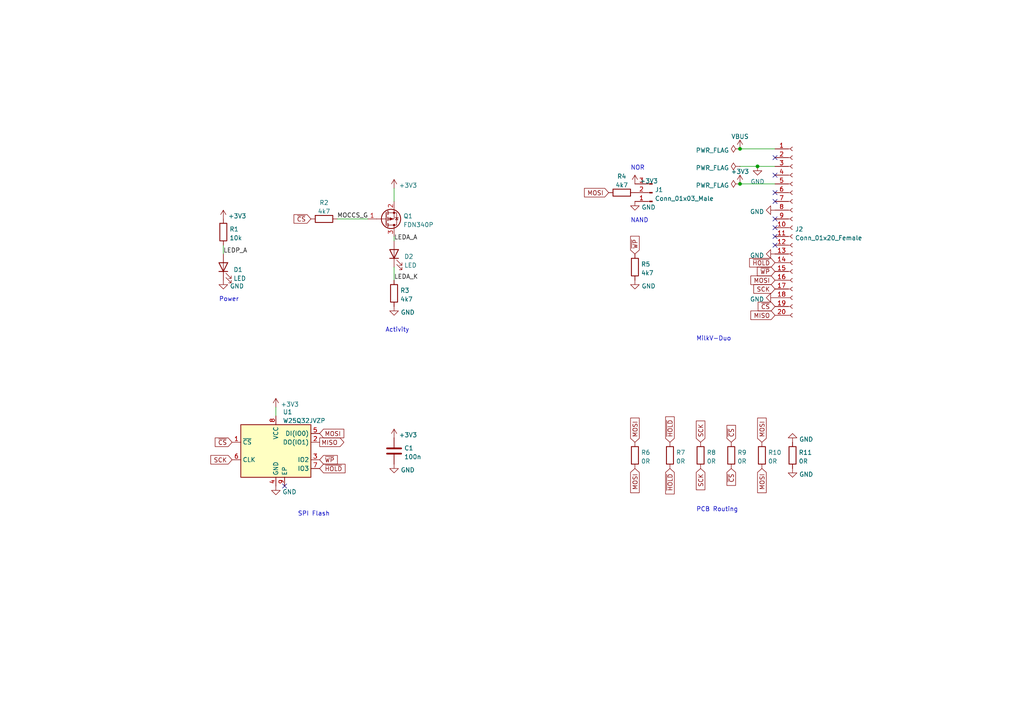
<source format=kicad_sch>
(kicad_sch (version 20211123) (generator eeschema)
  (paper "A4")
  (title_block (title "MilkV-Duo SPINOR interface") (date "2023-09-14") (rev "0.3") (company "Ewan Parker"))
  (lib_symbols
    (symbol "Connector:Conn_01x03_Male" (pin_names (offset 1.016) hide)
      (property "Reference" "J" (at 0 5.08 0))
      (property "Value" "Conn_01x03_Male" (at 0 -5.08 0))
      (symbol "Conn_01x03_Male_1_1"
        (polyline (pts (xy 1.27 -2.54) (xy 0.8636 -2.54)) (stroke (width 0.1524)))
        (polyline (pts (xy 1.27 0) (xy 0.8636 0)) (stroke (width 0.1524)))
        (polyline (pts (xy 1.27 2.54) (xy 0.8636 2.54)) (stroke (width 0.1524)))
        (rectangle (start 0.8636 -2.413) (end 0 -2.667) (stroke (width 0.1524)) (fill (type outline)))
        (rectangle (start 0.8636 0.127) (end 0 -0.127) (stroke (width 0.1524)) (fill (type outline)))
        (rectangle (start 0.8636 2.667) (end 0 2.413) (stroke (width 0.1524)) (fill (type outline)))
        (pin passive line (at 5.08 2.54 180) (length 3.81) (name "Pin_1") (number "1"))
        (pin passive line (at 5.08 0 180) (length 3.81) (name "Pin_2") (number "2"))
        (pin passive line (at 5.08 -2.54 180) (length 3.81) (name "Pin_3") (number "3"))
      )
    )
    (symbol "Connector:Conn_01x20_Female" (pin_names (offset 1.016) hide)
      (property "Reference" "J" (at 0 25.4 0))
      (property "Value" "Conn_01x20_Female" (at 0 -27.94 0))
      (symbol "Conn_01x20_Female_1_1"
        (arc (start 0 -24.892) (mid -0.508 -25.4) (end 0 -25.908) (stroke (width 0.1524)))
        (arc (start 0 -22.352) (mid -0.508 -22.86) (end 0 -23.368) (stroke (width 0.1524)))
        (arc (start 0 -19.812) (mid -0.508 -20.32) (end 0 -20.828) (stroke (width 0.1524)))
        (arc (start 0 -17.272) (mid -0.508 -17.78) (end 0 -18.288) (stroke (width 0.1524)))
        (arc (start 0 -14.732) (mid -0.508 -15.24) (end 0 -15.748) (stroke (width 0.1524)))
        (arc (start 0 -12.192) (mid -0.508 -12.7) (end 0 -13.208) (stroke (width 0.1524)))
        (arc (start 0 -9.652) (mid -0.508 -10.16) (end 0 -10.668) (stroke (width 0.1524)))
        (arc (start 0 -7.112) (mid -0.508 -7.62) (end 0 -8.128) (stroke (width 0.1524)))
        (arc (start 0 -4.572) (mid -0.508 -5.08) (end 0 -5.588) (stroke (width 0.1524)))
        (arc (start 0 -2.032) (mid -0.508 -2.54) (end 0 -3.048) (stroke (width 0.1524)))
        (polyline (pts (xy -1.27 -25.4) (xy -0.508 -25.4)) (stroke (width 0.1524)))
        (polyline (pts (xy -1.27 -22.86) (xy -0.508 -22.86)) (stroke (width 0.1524)))
        (polyline (pts (xy -1.27 -20.32) (xy -0.508 -20.32)) (stroke (width 0.1524)))
        (polyline (pts (xy -1.27 -17.78) (xy -0.508 -17.78)) (stroke (width 0.1524)))
        (polyline (pts (xy -1.27 -15.24) (xy -0.508 -15.24)) (stroke (width 0.1524)))
        (polyline (pts (xy -1.27 -12.7) (xy -0.508 -12.7)) (stroke (width 0.1524)))
        (polyline (pts (xy -1.27 -10.16) (xy -0.508 -10.16)) (stroke (width 0.1524)))
        (polyline (pts (xy -1.27 -7.62) (xy -0.508 -7.62)) (stroke (width 0.1524)))
        (polyline (pts (xy -1.27 -5.08) (xy -0.508 -5.08)) (stroke (width 0.1524)))
        (polyline (pts (xy -1.27 -2.54) (xy -0.508 -2.54)) (stroke (width 0.1524)))
        (polyline (pts (xy -1.27 0) (xy -0.508 0)) (stroke (width 0.1524)))
        (polyline (pts (xy -1.27 2.54) (xy -0.508 2.54)) (stroke (width 0.1524)))
        (polyline (pts (xy -1.27 5.08) (xy -0.508 5.08)) (stroke (width 0.1524)))
        (polyline (pts (xy -1.27 7.62) (xy -0.508 7.62)) (stroke (width 0.1524)))
        (polyline (pts (xy -1.27 10.16) (xy -0.508 10.16)) (stroke (width 0.1524)))
        (polyline (pts (xy -1.27 12.7) (xy -0.508 12.7)) (stroke (width 0.1524)))
        (polyline (pts (xy -1.27 15.24) (xy -0.508 15.24)) (stroke (width 0.1524)))
        (polyline (pts (xy -1.27 17.78) (xy -0.508 17.78)) (stroke (width 0.1524)))
        (polyline (pts (xy -1.27 20.32) (xy -0.508 20.32)) (stroke (width 0.1524)))
        (polyline (pts (xy -1.27 22.86) (xy -0.508 22.86)) (stroke (width 0.1524)))
        (arc (start 0 0.508) (mid -0.508 0) (end 0 -0.508) (stroke (width 0.1524)))
        (arc (start 0 3.048) (mid -0.508 2.54) (end 0 2.032) (stroke (width 0.1524)))
        (arc (start 0 5.588) (mid -0.508 5.08) (end 0 4.572) (stroke (width 0.1524)))
        (arc (start 0 8.128) (mid -0.508 7.62) (end 0 7.112) (stroke (width 0.1524)))
        (arc (start 0 10.668) (mid -0.508 10.16) (end 0 9.652) (stroke (width 0.1524)))
        (arc (start 0 13.208) (mid -0.508 12.7) (end 0 12.192) (stroke (width 0.1524)))
        (arc (start 0 15.748) (mid -0.508 15.24) (end 0 14.732) (stroke (width 0.1524)))
        (arc (start 0 18.288) (mid -0.508 17.78) (end 0 17.272) (stroke (width 0.1524)))
        (arc (start 0 20.828) (mid -0.508 20.32) (end 0 19.812) (stroke (width 0.1524)))
        (arc (start 0 23.368) (mid -0.508 22.86) (end 0 22.352) (stroke (width 0.1524)))
        (pin passive line (at -5.08 22.86 0) (length 3.81) (name "Pin_1") (number "1"))
        (pin passive line (at -5.08 0 0) (length 3.81) (name "Pin_10") (number "10"))
        (pin passive line (at -5.08 -2.54 0) (length 3.81) (name "Pin_11") (number "11"))
        (pin passive line (at -5.08 -5.08 0) (length 3.81) (name "Pin_12") (number "12"))
        (pin passive line (at -5.08 -7.62 0) (length 3.81) (name "Pin_13") (number "13"))
        (pin passive line (at -5.08 -10.16 0) (length 3.81) (name "Pin_14") (number "14"))
        (pin passive line (at -5.08 -12.7 0) (length 3.81) (name "Pin_15") (number "15"))
        (pin passive line (at -5.08 -15.24 0) (length 3.81) (name "Pin_16") (number "16"))
        (pin passive line (at -5.08 -17.78 0) (length 3.81) (name "Pin_17") (number "17"))
        (pin passive line (at -5.08 -20.32 0) (length 3.81) (name "Pin_18") (number "18"))
        (pin passive line (at -5.08 -22.86 0) (length 3.81) (name "Pin_19") (number "19"))
        (pin passive line (at -5.08 20.32 0) (length 3.81) (name "Pin_2") (number "2"))
        (pin passive line (at -5.08 -25.4 0) (length 3.81) (name "Pin_20") (number "20"))
        (pin passive line (at -5.08 17.78 0) (length 3.81) (name "Pin_3") (number "3"))
        (pin passive line (at -5.08 15.24 0) (length 3.81) (name "Pin_4") (number "4"))
        (pin passive line (at -5.08 12.7 0) (length 3.81) (name "Pin_5") (number "5"))
        (pin passive line (at -5.08 10.16 0) (length 3.81) (name "Pin_6") (number "6"))
        (pin passive line (at -5.08 7.62 0) (length 3.81) (name "Pin_7") (number "7"))
        (pin passive line (at -5.08 5.08 0) (length 3.81) (name "Pin_8") (number "8"))
        (pin passive line (at -5.08 2.54 0) (length 3.81) (name "Pin_9") (number "9"))
      )
    )
    (symbol "Device:C" (pin_numbers hide) (pin_names (offset 0.254))
      (property "Reference" "C" (at 0.635 2.54 0))
      (property "Value" "C" (at 0.635 -2.54 0))
      (symbol "C_0_1"
        (polyline (pts (xy -2.032 -0.762) (xy 2.032 -0.762)) (stroke (width 0.508)))
        (polyline (pts (xy -2.032 0.762) (xy 2.032 0.762)) (stroke (width 0.508)))
      )
      (symbol "C_1_1"
        (pin passive line (at 0 3.81 270) (length 2.794) (name "~") (number "1"))
        (pin passive line (at 0 -3.81 90) (length 2.794) (name "~") (number "2"))
      )
    )
    (symbol "Device:LED" (pin_numbers hide) (pin_names (offset 1.016) hide)
      (property "Reference" "D" (at 0 2.54 0))
      (property "Value" "LED" (at 0 -2.54 0))
      (symbol "LED_0_1"
        (polyline (pts (xy -1.27 -1.27) (xy -1.27 1.27)) (stroke (width 0.254)))
        (polyline (pts (xy -1.27 0) (xy 1.27 0)))
        (polyline (pts (xy 1.27 -1.27) (xy 1.27 1.27) (xy -1.27 0) (xy 1.27 -1.27)) (stroke (width 0.254)))
        (polyline (pts (xy -3.048 -0.762) (xy -4.572 -2.286) (xy -3.81 -2.286) (xy -4.572 -2.286) (xy -4.572 -1.524)))
        (polyline (pts (xy -1.778 -0.762) (xy -3.302 -2.286) (xy -2.54 -2.286) (xy -3.302 -2.286) (xy -3.302 -1.524)))
      )
      (symbol "LED_1_1"
        (pin passive line (at -3.81 0 0) (length 2.54) (name "K") (number "1"))
        (pin passive line (at 3.81 0 180) (length 2.54) (name "A") (number "2"))
      )
    )
    (symbol "Device:R" (pin_numbers hide) (pin_names (offset 0))
      (property "Reference" "R" (at 2.032 0 90))
      (property "Value" "R" (at 0 0 90))
      (symbol "R_0_1"
        (rectangle (start -1.016 -2.54) (end 1.016 2.54) (stroke (width 0.254)))
      )
      (symbol "R_1_1"
        (pin passive line (at 0 3.81 270) (length 1.27) (name "~") (number "1"))
        (pin passive line (at 0 -3.81 90) (length 1.27) (name "~") (number "2"))
      )
    )
    (symbol "Memory_Flash:W25Q32JVZP"
      (property "Reference" "U" (at -8.89 8.89 0))
      (property "Value" "W25Q32JVZP" (at 7.62 8.89 0))
      (symbol "W25Q32JVZP_0_1"
        (rectangle (start -10.16 7.62) (end 10.16 -7.62) (stroke (width 0.254)) (fill (type background)))
      )
      (symbol "W25Q32JVZP_1_1"
        (pin input line (at -12.7 2.54 0) (length 2.54) (name "~{CS}") (number "1"))
        (pin bidirectional line (at 12.7 2.54 180) (length 2.54) (name "DO(IO1)") (number "2"))
        (pin bidirectional line (at 12.7 -2.54 180) (length 2.54) (name "IO2") (number "3"))
        (pin power_in line (at 0 -10.16 90) (length 2.54) (name "GND") (number "4"))
        (pin bidirectional line (at 12.7 5.08 180) (length 2.54) (name "DI(IO0)") (number "5"))
        (pin input line (at -12.7 -2.54 0) (length 2.54) (name "CLK") (number "6"))
        (pin bidirectional line (at 12.7 -5.08 180) (length 2.54) (name "IO3") (number "7"))
        (pin power_in line (at 0 10.16 270) (length 2.54) (name "VCC") (number "8"))
        (pin passive line (at 2.54 -10.16 90) (length 2.54) (name "EP") (number "9"))
      )
    )
    (symbol "Transistor_FET:FDN340P" (pin_names hide)
      (property "Reference" "Q" (at 5.08 1.905 0))
      (property "Value" "FDN340P" (at 5.08 0 0))
      (symbol "FDN340P_0_1"
        (polyline (pts (xy 0.254 0) (xy -2.54 0)))
        (polyline (pts (xy 0.254 1.905) (xy 0.254 -1.905)) (stroke (width 0.254)))
        (polyline (pts (xy 0.762 -1.27) (xy 0.762 -2.286)) (stroke (width 0.254)))
        (polyline (pts (xy 0.762 0.508) (xy 0.762 -0.508)) (stroke (width 0.254)))
        (polyline (pts (xy 0.762 2.286) (xy 0.762 1.27)) (stroke (width 0.254)))
        (polyline (pts (xy 2.54 2.54) (xy 2.54 1.778)))
        (polyline (pts (xy 2.54 -2.54) (xy 2.54 0) (xy 0.762 0)))
        (polyline (pts (xy 0.762 1.778) (xy 3.302 1.778) (xy 3.302 -1.778) (xy 0.762 -1.778)))
        (polyline (pts (xy 2.286 0) (xy 1.27 0.381) (xy 1.27 -0.381) (xy 2.286 0)) (fill (type outline)))
        (polyline (pts (xy 2.794 -0.508) (xy 2.921 -0.381) (xy 3.683 -0.381) (xy 3.81 -0.254)))
        (polyline (pts (xy 3.302 -0.381) (xy 2.921 0.254) (xy 3.683 0.254) (xy 3.302 -0.381)))
        (circle (center 1.651 0) (radius 2.794) (stroke (width 0.254)))
        (circle (center 2.54 -1.778) (radius 0.254) (fill (type outline)))
        (circle (center 2.54 1.778) (radius 0.254) (fill (type outline)))
      )
      (symbol "FDN340P_1_1"
        (pin input line (at -5.08 0 0) (length 2.54) (name "G") (number "1"))
        (pin passive line (at 2.54 -5.08 90) (length 2.54) (name "S") (number "2"))
        (pin passive line (at 2.54 5.08 270) (length 2.54) (name "D") (number "3"))
      )
    )
    (symbol "power:+3V3" (power) (pin_names (offset 0))
      (property "Value" "+3V3" (at 0 3.556 0))
      (symbol "+3V3_0_1"
        (polyline (pts (xy -0.762 1.27) (xy 0 2.54)))
        (polyline (pts (xy 0 0) (xy 0 2.54)))
        (polyline (pts (xy 0 2.54) (xy 0.762 1.27)))
      )
      (symbol "+3V3_1_1"
        (pin power_in line (at 0 0 90) (length 0) hide (name "+3V3") (number "1"))
      )
    )
    (symbol "power:GND" (power) (pin_names (offset 0))
      (property "Value" "GND" (at 0 -3.81 0))
      (symbol "GND_0_1"
        (polyline (pts (xy 0 0) (xy 0 -1.27) (xy 1.27 -1.27) (xy 0 -2.54) (xy -1.27 -1.27) (xy 0 -1.27)))
      )
      (symbol "GND_1_1"
        (pin power_in line (at 0 0 270) (length 0) hide (name "GND") (number "1"))
      )
    )
    (symbol "power:PWR_FLAG" (power) (pin_numbers hide) (pin_names (offset 0) hide)
      (property "Value" "PWR_FLAG" (at 0 3.81 0))
      (symbol "PWR_FLAG_0_0"
        (pin power_out line (at 0 0 90) (length 0) (name "pwr") (number "1"))
      )
      (symbol "PWR_FLAG_0_1"
        (polyline (pts (xy 0 0) (xy 0 1.27) (xy -1.016 1.905) (xy 0 2.54) (xy 1.016 1.905) (xy 0 1.27)))
      )
    )
    (symbol "power:VBUS" (power) (pin_names (offset 0))
      (property "Value" "VBUS" (at 0 3.81 0))
      (symbol "VBUS_0_1"
        (polyline (pts (xy -0.762 1.27) (xy 0 2.54)))
        (polyline (pts (xy 0 0) (xy 0 2.54)))
        (polyline (pts (xy 0 2.54) (xy 0.762 1.27)))
      )
      (symbol "VBUS_1_1"
        (pin power_in line (at 0 0 90) (length 0) hide (name "VBUS") (number "1"))
      )
    )
  )
  (junction (at 219.71 48.26))
  (junction (at 214.63 43.18))
  (junction (at 214.63 53.34))
  (no_connect (at 224.79 58.42))
  (no_connect (at 224.79 55.88))
  (no_connect (at 224.79 45.72))
  (no_connect (at 224.79 66.04))
  (no_connect (at 224.79 71.12))
  (no_connect (at 82.55 140.97))
  (no_connect (at 224.79 68.58))
  (no_connect (at 224.79 50.8))
  (no_connect (at 224.79 63.5))
  (wire (pts (xy 214.63 53.34) (xy 224.79 53.34)))
  (wire (pts (xy 80.01 118.11) (xy 80.01 120.65)))
  (wire (pts (xy 114.3 68.58) (xy 114.3 69.85)))
  (wire (pts (xy 97.79 63.5) (xy 106.68 63.5)))
  (wire (pts (xy 214.63 43.18) (xy 224.79 43.18)))
  (wire (pts (xy 114.3 54.61) (xy 114.3 58.42)))
  (wire (pts (xy 114.3 77.47) (xy 114.3 81.28)))
  (wire (pts (xy 214.63 48.26) (xy 219.71 48.26)))
  (wire (pts (xy 219.71 48.26) (xy 224.79 48.26)))
  (wire (pts (xy 64.77 71.12) (xy 64.77 73.66)))
  (text "NOR" (at 182.88 49.53 0) (effects (font (size 1.27 1.27)) (justify left bottom)))
  (text "SPI Flash" (at 86.36 149.86 0) (effects (font (size 1.27 1.27)) (justify left bottom)))
  (text "Activity" (at 111.76 96.52 0) (effects (font (size 1.27 1.27)) (justify left bottom)))
  (text "MilkV-Duo" (at 201.93 99.06 0) (effects (font (size 1.27 1.27)) (justify left bottom)))
  (text "PCB Routing" (at 201.93 148.59 0) (effects (font (size 1.27 1.27)) (justify left bottom)))
  (text "NAND" (at 182.88 64.77 0) (effects (font (size 1.27 1.27)) (justify left bottom)))
  (text "Power" (at 63.5 87.63 0) (effects (font (size 1.27 1.27)) (justify left bottom)))
  (label "LEDA_A" (at 114.3 69.85 0))
  (label "MOCCS_G" (at 97.79 63.5 0))
  (label "LEDA_K" (at 114.3 81.28 0))
  (label "LEDP_A" (at 64.77 73.66 0))
  (global_label "MOSI" (shape input) (at 220.98 135.89 270) (property "Intersheet References" "${INTERSHEET_REFS}" (effects hide)))
  (global_label "MOSI" (shape input) (at 184.15 135.89 270) (property "Intersheet References" "${INTERSHEET_REFS}" (effects hide)))
  (global_label "~{HOLD}" (shape input) (at 194.31 128.27 90) (property "Intersheet References" "${INTERSHEET_REFS}" (effects hide)))
  (global_label "MISO" (shape output) (at 92.71 128.27 0) (property "Intersheet References" "${INTERSHEET_REFS}" (effects hide)))
  (global_label "MISO" (shape input) (at 224.79 91.44 180) (property "Intersheet References" "${INTERSHEET_REFS}" (effects hide)))
  (global_label "MOSI" (shape input) (at 176.53 55.88 180) (property "Intersheet References" "${INTERSHEET_REFS}" (effects hide)))
  (global_label "MOSI" (shape input) (at 92.71 125.73 0) (property "Intersheet References" "${INTERSHEET_REFS}" (effects hide)))
  (global_label "~{WP}" (shape input) (at 92.71 133.35 0) (property "Intersheet References" "${INTERSHEET_REFS}" (effects hide)))
  (global_label "SCK" (shape input) (at 203.2 135.89 270) (property "Intersheet References" "${INTERSHEET_REFS}" (effects hide)))
  (global_label "~{CS}" (shape input) (at 212.09 135.89 270) (property "Intersheet References" "${INTERSHEET_REFS}" (effects hide)))
  (global_label "~{HOLD}" (shape input) (at 224.79 76.2 180) (property "Intersheet References" "${INTERSHEET_REFS}" (effects hide)))
  (global_label "SCK" (shape input) (at 203.2 128.27 90) (property "Intersheet References" "${INTERSHEET_REFS}" (effects hide)))
  (global_label "MOSI" (shape input) (at 224.79 81.28 180) (property "Intersheet References" "${INTERSHEET_REFS}" (effects hide)))
  (global_label "~{CS}" (shape input) (at 90.17 63.5 180) (property "Intersheet References" "${INTERSHEET_REFS}" (effects hide)))
  (global_label "MOSI" (shape input) (at 184.15 128.27 90) (property "Intersheet References" "${INTERSHEET_REFS}" (effects hide)))
  (global_label "~{CS}" (shape input) (at 67.31 128.27 180) (property "Intersheet References" "${INTERSHEET_REFS}" (effects hide)))
  (global_label "MOSI" (shape input) (at 220.98 128.27 90) (property "Intersheet References" "${INTERSHEET_REFS}" (effects hide)))
  (global_label "SCK" (shape input) (at 67.31 133.35 180) (property "Intersheet References" "${INTERSHEET_REFS}" (effects hide)))
  (global_label "~{CS}" (shape input) (at 224.79 88.9 180) (property "Intersheet References" "${INTERSHEET_REFS}" (effects hide)))
  (global_label "~{HOLD}" (shape input) (at 194.31 135.89 270) (property "Intersheet References" "${INTERSHEET_REFS}" (effects hide)))
  (global_label "~{WP}" (shape input) (at 224.79 78.74 180) (property "Intersheet References" "${INTERSHEET_REFS}" (effects hide)))
  (global_label "~{WP}" (shape input) (at 184.15 73.66 90) (property "Intersheet References" "${INTERSHEET_REFS}" (effects hide)))
  (global_label "~{HOLD}" (shape input) (at 92.71 135.89 0) (property "Intersheet References" "${INTERSHEET_REFS}" (effects hide)))
  (global_label "SCK" (shape input) (at 224.79 83.82 180) (property "Intersheet References" "${INTERSHEET_REFS}" (effects hide)))
  (global_label "~{CS}" (shape input) (at 212.09 128.27 90) (property "Intersheet References" "${INTERSHEET_REFS}" (effects hide)))
  (symbol (lib_id "Device:R") (at 220.98 132.08 0) (unit 1)
    (property "Reference" "R10" (at 222.758 131.2453 0) (effects (justify left)))
    (property "Value" "0R" (at 222.758 133.7822 0) (effects (justify left)))
    (property "Footprint" "Resistor_SMD:R_1206_3216Metric" (effects hide))
  )
  (symbol (lib_id "Device:LED") (at 64.77 77.47 90) (unit 1)
    (property "Reference" "D1" (at 67.691 78.2228 90) (effects (justify right)))
    (property "Value" "LED" (at 67.691 80.7597 90) (effects (justify right)))
    (property "Footprint" "LED_SMD:LED_1206_3216Metric" (effects hide))
  )
  (symbol (lib_id "power:GND") (at 114.3 88.9 0) (unit 1)
    (property "Reference" "#PWR08" (effects hide))
    (property "Value" "GND" (at 116.205 90.6038 0) (effects (justify left)))
  )
  (symbol (lib_id "Device:LED") (at 114.3 73.66 90) (unit 1)
    (property "Reference" "D2" (at 117.221 74.4128 90) (effects (justify right)))
    (property "Value" "LED" (at 117.221 76.9497 90) (effects (justify right)))
    (property "Footprint" "LED_SMD:LED_1206_3216Metric" (effects hide))
  )
  (symbol (lib_id "Device:R") (at 114.3 85.09 0) (unit 1)
    (property "Reference" "R3" (at 116.078 84.2553 0) (effects (justify left)))
    (property "Value" "4k7" (at 116.078 86.7922 0) (effects (justify left)))
    (property "Footprint" "Resistor_SMD:R_1206_3216Metric" (effects hide))
  )
  (symbol (lib_id "Memory_Flash:W25Q32JVZP") (at 80.01 130.81 0) (unit 1)
    (property "Reference" "U1" (at 82.0294 119.4902 0) (effects (justify left)))
    (property "Value" "W25Q32JVZP" (at 82.0294 122.0271 0) (effects (justify left)))
    (property "Footprint" "Package_SON:WSON-8-1EP_8x6mm_P1.27mm_EP3.4x4.3mm" (effects hide))
    (property "Datasheet" "http://www.winbond.com/resource-files/w25q32jv%20revg%2003272018%20plus.pdf" (effects hide))
  )
  (symbol (lib_id "power:GND") (at 64.77 81.28 0) (unit 1)
    (property "Reference" "#PWR02" (effects hide))
    (property "Value" "GND" (at 66.675 82.9838 0) (effects (justify left)))
  )
  (symbol (lib_id "power:PWR_FLAG") (at 214.63 43.18 90) (unit 1)
    (property "Reference" "#FLG01" (effects hide))
    (property "Value" "PWR_FLAG" (at 211.4551 43.6138 90) (effects (justify left)))
  )
  (symbol (lib_id "Device:R") (at 184.15 132.08 0) (unit 1)
    (property "Reference" "R6" (at 185.928 131.2453 0) (effects (justify left)))
    (property "Value" "0R" (at 185.928 133.7822 0) (effects (justify left)))
    (property "Footprint" "Resistor_SMD:R_1206_3216Metric" (effects hide))
  )
  (symbol (lib_id "Device:C") (at 114.3 130.81 0) (unit 1)
    (property "Reference" "C1" (at 117.221 129.9753 0) (effects (justify left)))
    (property "Value" "100n" (at 117.221 132.5122 0) (effects (justify left)))
    (property "Footprint" "Capacitor_SMD:C_1206_3216Metric" (effects hide))
  )
  (symbol (lib_id "power:+3V3") (at 214.63 53.34 0) (unit 1)
    (property "Reference" "#PWR014" (effects hide))
    (property "Value" "+3V3" (at 214.63 49.7642 0))
  )
  (symbol (lib_id "Transistor_FET:FDN340P") (at 111.76 63.5 0) (mirror x) (unit 1)
    (property "Reference" "Q1" (at 116.967 62.6653 0) (effects (justify left)))
    (property "Value" "FDN340P" (at 116.967 65.2022 0) (effects (justify left)))
    (property "Footprint" "Package_TO_SOT_SMD:SOT-23" (effects hide))
    (property "Datasheet" "https://www.onsemi.com/pub/Collateral/FDN340P-D.PDF" (effects hide))
  )
  (symbol (lib_id "power:GND") (at 184.15 81.28 0) (unit 1)
    (property "Reference" "#PWR011" (effects hide))
    (property "Value" "GND" (at 186.055 82.9838 0) (effects (justify left)))
  )
  (symbol (lib_id "power:GND") (at 224.79 73.66 270) (unit 1)
    (property "Reference" "#PWR016" (effects hide))
    (property "Value" "GND" (at 221.6151 74.0938 90) (effects (justify right)))
  )
  (symbol (lib_id "power:PWR_FLAG") (at 214.63 53.34 90) (unit 1)
    (property "Reference" "#FLG03" (effects hide))
    (property "Value" "PWR_FLAG" (at 211.4551 53.7738 90) (effects (justify left)))
  )
  (symbol (lib_id "power:PWR_FLAG") (at 214.63 48.26 90) (unit 1)
    (property "Reference" "#FLG02" (effects hide))
    (property "Value" "PWR_FLAG" (at 211.4551 48.6938 90) (effects (justify left)))
  )
  (symbol (lib_id "power:+3V3") (at 114.3 54.61 0) (unit 1)
    (property "Reference" "#PWR07" (effects hide))
    (property "Value" "+3V3" (at 115.697 53.7738 0) (effects (justify left)))
  )
  (symbol (lib_id "power:+3V3") (at 114.3 127 0) (unit 1)
    (property "Reference" "#PWR05" (effects hide))
    (property "Value" "+3V3" (at 115.697 126.1638 0) (effects (justify left)))
  )
  (symbol (lib_id "power:+3V3") (at 64.77 63.5 0) (unit 1)
    (property "Reference" "#PWR01" (effects hide))
    (property "Value" "+3V3" (at 66.167 62.6638 0) (effects (justify left)))
  )
  (symbol (lib_id "power:GND") (at 229.87 135.89 0) (unit 1)
    (property "Reference" "#PWR019" (effects hide))
    (property "Value" "GND" (at 231.775 137.5938 0) (effects (justify left)))
  )
  (symbol (lib_id "Device:R") (at 184.15 77.47 0) (unit 1)
    (property "Reference" "R5" (at 185.928 76.6353 0) (effects (justify left)))
    (property "Value" "4k7" (at 185.928 79.1722 0) (effects (justify left)))
    (property "Footprint" "Resistor_SMD:R_1206_3216Metric" (effects hide))
  )
  (symbol (lib_id "power:GND") (at 224.79 60.96 270) (unit 1)
    (property "Reference" "#PWR015" (effects hide))
    (property "Value" "GND" (at 221.6151 61.3938 90) (effects (justify right)))
  )
  (symbol (lib_id "Device:R") (at 212.09 132.08 0) (unit 1)
    (property "Reference" "R9" (at 213.868 131.2453 0) (effects (justify left)))
    (property "Value" "0R" (at 213.868 133.7822 0) (effects (justify left)))
    (property "Footprint" "Resistor_SMD:R_1206_3216Metric" (effects hide))
  )
  (symbol (lib_id "Device:R") (at 194.31 132.08 0) (unit 1)
    (property "Reference" "R7" (at 196.088 131.2453 0) (effects (justify left)))
    (property "Value" "0R" (at 196.088 133.7822 0) (effects (justify left)))
    (property "Footprint" "Resistor_SMD:R_1206_3216Metric" (effects hide))
  )
  (symbol (lib_id "power:+3V3") (at 80.01 118.11 0) (unit 1)
    (property "Reference" "#PWR03" (effects hide))
    (property "Value" "+3V3" (at 81.407 117.2738 0) (effects (justify left)))
  )
  (symbol (lib_id "power:VBUS") (at 214.63 43.18 0) (unit 1)
    (property "Reference" "#PWR012" (effects hide))
    (property "Value" "VBUS" (at 214.63 39.6042 0))
  )
  (symbol (lib_id "Device:R") (at 93.98 63.5 90) (unit 1)
    (property "Reference" "R2" (at 93.98 58.7842 90))
    (property "Value" "4k7" (at 93.98 61.3211 90))
    (property "Footprint" "Resistor_SMD:R_1206_3216Metric" (effects hide))
  )
  (symbol (lib_id "power:GND") (at 224.79 86.36 270) (unit 1)
    (property "Reference" "#PWR017" (effects hide))
    (property "Value" "GND" (at 221.6151 86.7938 90) (effects (justify right)))
  )
  (symbol (lib_id "Device:R") (at 64.77 67.31 0) (unit 1)
    (property "Reference" "R1" (at 66.548 66.4753 0) (effects (justify left)))
    (property "Value" "10k" (at 66.548 69.0122 0) (effects (justify left)))
    (property "Footprint" "Resistor_SMD:R_1206_3216Metric" (effects hide))
  )
  (symbol (lib_id "power:GND") (at 80.01 140.97 0) (unit 1)
    (property "Reference" "#PWR04" (effects hide))
    (property "Value" "GND" (at 81.915 142.6738 0) (effects (justify left)))
  )
  (symbol (lib_id "Device:R") (at 180.34 55.88 90) (unit 1)
    (property "Reference" "R4" (at 180.34 51.1642 90))
    (property "Value" "4k7" (at 180.34 53.7011 90))
    (property "Footprint" "Resistor_SMD:R_1206_3216Metric" (effects hide))
  )
  (symbol (lib_id "power:GND") (at 184.15 58.42 0) (unit 1)
    (property "Reference" "#PWR010" (effects hide))
    (property "Value" "GND" (at 186.055 60.1238 0) (effects (justify left)))
  )
  (symbol (lib_id "Device:R") (at 229.87 132.08 0) (unit 1)
    (property "Reference" "R11" (at 231.648 131.2453 0) (effects (justify left)))
    (property "Value" "0R" (at 231.648 133.7822 0) (effects (justify left)))
    (property "Footprint" "Resistor_SMD:R_1206_3216Metric" (effects hide))
  )
  (symbol (lib_id "Connector:Conn_01x03_Male") (at 189.23 55.88 180) (unit 1)
    (property "Reference" "J1" (at 189.9412 55.0453 0) (effects (justify right)))
    (property "Value" "Conn_01x03_Male" (at 189.9412 57.5822 0) (effects (justify right)))
    (property "Footprint" "Connector_PinHeader_2.54mm:PinHeader_1x03_P2.54mm_Vertical" (effects hide))
  )
  (symbol (lib_id "Device:R") (at 203.2 132.08 0) (unit 1)
    (property "Reference" "R8" (at 204.978 131.2453 0) (effects (justify left)))
    (property "Value" "0R" (at 204.978 133.7822 0) (effects (justify left)))
    (property "Footprint" "Resistor_SMD:R_1206_3216Metric" (effects hide))
  )
  (symbol (lib_id "power:GND") (at 219.71 48.26 0) (unit 1)
    (property "Reference" "#PWR013" (effects hide))
    (property "Value" "GND" (at 219.71 52.7034 0))
  )
  (symbol (lib_id "power:+3V3") (at 184.15 53.34 0) (unit 1)
    (property "Reference" "#PWR09" (effects hide))
    (property "Value" "+3V3" (at 185.547 52.5038 0) (effects (justify left)))
  )
  (symbol (lib_id "power:GND") (at 114.3 134.62 0) (unit 1)
    (property "Reference" "#PWR06" (effects hide))
    (property "Value" "GND" (at 116.205 136.3238 0) (effects (justify left)))
  )
  (symbol (lib_id "Connector:Conn_01x20_Female") (at 229.87 66.04 0) (unit 1)
    (property "Reference" "J2" (at 230.5812 66.4753 0) (effects (justify left)))
    (property "Value" "Conn_01x20_Female" (at 230.5812 69.0122 0) (effects (justify left)))
    (property "Footprint" "Connector_PinSocket_2.54mm:PinSocket_1x20_P2.54mm_Vertical" (effects hide))
  )
  (symbol (lib_id "power:GND") (at 229.87 128.27 180) (unit 1)
    (property "Reference" "#PWR018" (effects hide))
    (property "Value" "GND" (at 231.775 127.4338 0) (effects (justify right)))
  )
)
</source>
